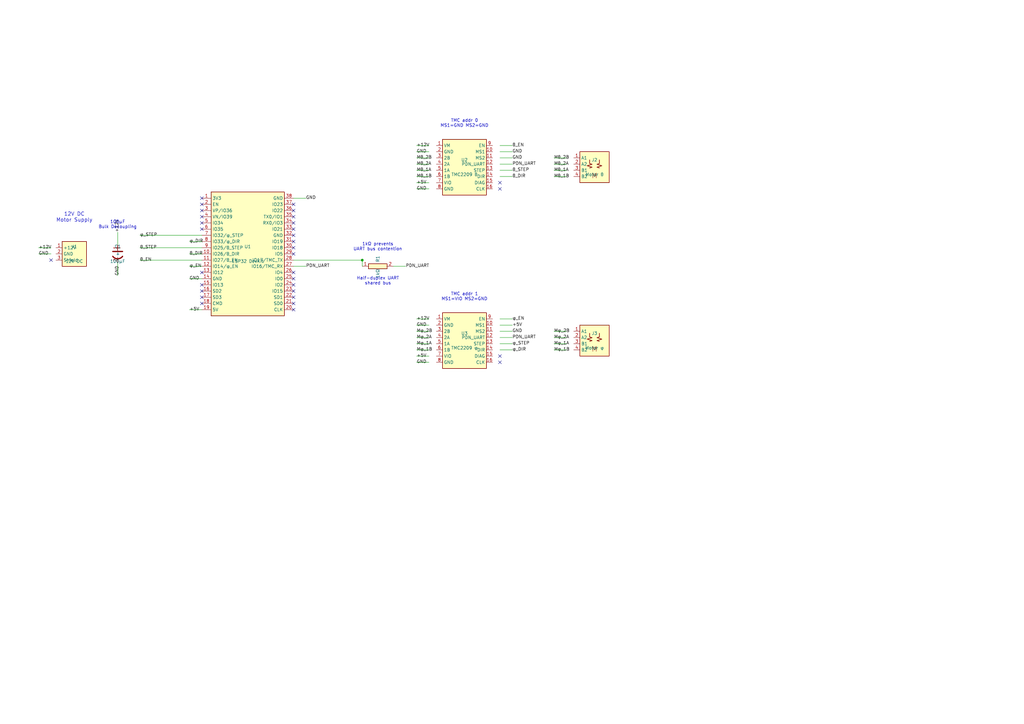
<source format=kicad_sch>
(kicad_sch (version 20231120) (generator "mcnanovna_gen") (generator_version "1.0")
  (paper "A3")
  (title_block (title "ESP32 + TMC2209 Antenna Positioner Wiring") (date "2026-02-01") (rev "1") (company "mcnanovna") (comment 1 "Pin assignments from firmware/include/config.h") (comment 2 "Module-level wiring diagram for breadboard/perfboard"))
  (lib_symbols
    (symbol "positioner:ESP32_DevKit_38pin"
      (property "Reference" "U" (at 0 27.94 0))
      (property "Value" "ESP32_DevKit_38pin" (at 0 -27.94 0))
      (symbol "ESP32_DevKit_38pin_0_1"
        (rectangle (start -15.00 25.40) (end 15.00 -25.40) (stroke (width 0.254)) (fill (type background)))
      )
      (symbol "ESP32_DevKit_38pin_1_1"
        (pin power_out line (at -18.81 22.86 0) (length 3.81) (name "3V3") (number "1"))
        (pin input line (at -18.81 20.32 0) (length 3.81) (name "EN") (number "2"))
        (pin passive line (at -18.81 17.78 0) (length 3.81) (name "VP/IO36") (number "3"))
        (pin passive line (at -18.81 15.24 0) (length 3.81) (name "VN/IO39") (number "4"))
        (pin passive line (at -18.81 12.70 0) (length 3.81) (name "IO34") (number "5"))
        (pin passive line (at -18.81 10.16 0) (length 3.81) (name "IO35") (number "6"))
        (pin output line (at -18.81 7.62 0) (length 3.81) (name "IO32/φ_STEP") (number "7"))
        (pin output line (at -18.81 5.08 0) (length 3.81) (name "IO33/φ_DIR") (number "8"))
        (pin output line (at -18.81 2.54 0) (length 3.81) (name "IO25/θ_STEP") (number "9"))
        (pin output line (at -18.81 0.00 0) (length 3.81) (name "IO26/θ_DIR") (number "10"))
        (pin output line (at -18.81 -2.54 0) (length 3.81) (name "IO27/θ_EN") (number "11"))
        (pin output line (at -18.81 -5.08 0) (length 3.81) (name "IO14/φ_EN") (number "12"))
        (pin passive line (at -18.81 -7.62 0) (length 3.81) (name "IO12") (number "13"))
        (pin power_in line (at -18.81 -10.16 0) (length 3.81) (name "GND") (number "14"))
        (pin passive line (at -18.81 -12.70 0) (length 3.81) (name "IO13") (number "15"))
        (pin passive line (at -18.81 -15.24 0) (length 3.81) (name "SD2") (number "16"))
        (pin passive line (at -18.81 -17.78 0) (length 3.81) (name "SD3") (number "17"))
        (pin passive line (at -18.81 -20.32 0) (length 3.81) (name "CMD") (number "18"))
        (pin power_in line (at -18.81 -22.86 0) (length 3.81) (name "5V") (number "19"))
        (pin power_in line (at 18.81 22.86 180) (length 3.81) (name "GND") (number "38"))
        (pin passive line (at 18.81 20.32 180) (length 3.81) (name "IO23") (number "37"))
        (pin passive line (at 18.81 17.78 180) (length 3.81) (name "IO22") (number "36"))
        (pin passive line (at 18.81 15.24 180) (length 3.81) (name "TX0/IO1") (number "35"))
        (pin passive line (at 18.81 12.70 180) (length 3.81) (name "RX0/IO3") (number "34"))
        (pin passive line (at 18.81 10.16 180) (length 3.81) (name "IO21") (number "33"))
        (pin power_in line (at 18.81 7.62 180) (length 3.81) (name "GND") (number "32"))
        (pin passive line (at 18.81 5.08 180) (length 3.81) (name "IO19") (number "31"))
        (pin passive line (at 18.81 2.54 180) (length 3.81) (name "IO18") (number "30"))
        (pin passive line (at 18.81 0.00 180) (length 3.81) (name "IO5") (number "29"))
        (pin output line (at 18.81 -2.54 180) (length 3.81) (name "IO17/TMC_TX") (number "28"))
        (pin input line (at 18.81 -5.08 180) (length 3.81) (name "IO16/TMC_RX") (number "27"))
        (pin passive line (at 18.81 -7.62 180) (length 3.81) (name "IO4") (number "26"))
        (pin passive line (at 18.81 -10.16 180) (length 3.81) (name "IO0") (number "25"))
        (pin passive line (at 18.81 -12.70 180) (length 3.81) (name "IO2") (number "24"))
        (pin passive line (at 18.81 -15.24 180) (length 3.81) (name "IO15") (number "23"))
        (pin passive line (at 18.81 -17.78 180) (length 3.81) (name "SD1") (number "22"))
        (pin passive line (at 18.81 -20.32 180) (length 3.81) (name "SD0") (number "21"))
        (pin passive line (at 18.81 -22.86 180) (length 3.81) (name "CLK") (number "20"))
      )
    )
    (symbol "positioner:TMC2209_SilentStepStick"
      (property "Reference" "U" (at 0 13.97 0))
      (property "Value" "TMC2209_SilentStepStick" (at 0 -13.97 0))
      (symbol "TMC2209_SilentStepStick_0_1"
        (rectangle (start -9.00 11.43) (end 9.00 -11.43) (stroke (width 0.254)) (fill (type background)))
      )
      (symbol "TMC2209_SilentStepStick_1_1"
        (pin power_in line (at -11.54 8.89 0) (length 2.54) (name "VM") (number "1"))
        (pin power_in line (at -11.54 6.35 0) (length 2.54) (name "GND") (number "2"))
        (pin output line (at -11.54 3.81 0) (length 2.54) (name "2B") (number "3"))
        (pin output line (at -11.54 1.27 0) (length 2.54) (name "2A") (number "4"))
        (pin output line (at -11.54 -1.27 0) (length 2.54) (name "1A") (number "5"))
        (pin output line (at -11.54 -3.81 0) (length 2.54) (name "1B") (number "6"))
        (pin power_in line (at -11.54 -6.35 0) (length 2.54) (name "VIO") (number "7"))
        (pin power_in line (at -11.54 -8.89 0) (length 2.54) (name "GND") (number "8"))
        (pin input line (at 11.54 8.89 180) (length 2.54) (name "EN") (number "9"))
        (pin input line (at 11.54 6.35 180) (length 2.54) (name "MS1") (number "10"))
        (pin input line (at 11.54 3.81 180) (length 2.54) (name "MS2") (number "11"))
        (pin bidirectional line (at 11.54 1.27 180) (length 2.54) (name "PDN_UART") (number "12"))
        (pin input line (at 11.54 -1.27 180) (length 2.54) (name "STEP") (number "13"))
        (pin input line (at 11.54 -3.81 180) (length 2.54) (name "DIR") (number "14"))
        (pin output line (at 11.54 -6.35 180) (length 2.54) (name "DIAG") (number "15"))
        (pin input line (at 11.54 -8.89 180) (length 2.54) (name "CLK") (number "16"))
      )
    )
    (symbol "positioner:NEMA17_Motor"
      (property "Reference" "J" (at 0 8.89 0))
      (property "Value" "NEMA17_Motor" (at 0 -8.89 0))
      (symbol "NEMA17_Motor_0_1"
        (rectangle (start -6.00 6.35) (end 6.00 -6.35) (stroke (width 0.254)) (fill (type background)))
        (polyline (pts (xy -2.00 3.00) (xy -2.00 1.50) (xy -1.00 1.20) (xy -3.00 0.60) (xy -1.00 0.00) (xy -2.00 -0.30)) (stroke (width 0.254)))
        (polyline (pts (xy 2.00 3.00) (xy 2.00 1.50) (xy 1.00 1.20) (xy 3.00 0.60) (xy 1.00 0.00) (xy 2.00 -0.30)) (stroke (width 0.254)))
        (text "M" (at 0.00 -3.50 0) (effects (font (size 2.0 2.0))))
      )
      (symbol "NEMA17_Motor_1_1"
        (pin passive line (at -8.54 3.81 0) (length 2.54) (name "A1") (number "1"))
        (pin passive line (at -8.54 1.27 0) (length 2.54) (name "A2") (number "2"))
        (pin passive line (at -8.54 -1.27 0) (length 2.54) (name "B1") (number "3"))
        (pin passive line (at -8.54 -3.81 0) (length 2.54) (name "B2") (number "4"))
      )
    )
    (symbol "positioner:Barrel_Jack_DC"
      (property "Reference" "J" (at 0 7.62 0))
      (property "Value" "Barrel_Jack_DC" (at 0 -7.62 0))
      (symbol "Barrel_Jack_DC_0_1"
        (rectangle (start -5.00 5.08) (end 5.00 -5.08) (stroke (width 0.254)) (fill (type background)))
      )
      (symbol "Barrel_Jack_DC_1_1"
        (pin passive line (at -7.54 2.54 0) (length 2.54) (name "+12V") (number "1"))
        (pin passive line (at -7.54 0.00 0) (length 2.54) (name "GND") (number "2"))
        (pin passive line (at -7.54 -2.54 0) (length 2.54) (name "Shield") (number "3"))
      )
    )
    (symbol "positioner:R"
      (property "Reference" "R" (at 2.54 0 90))
      (property "Value" "R" (at -2.54 0 90))
      (symbol "R_0_1"
        (rectangle (start -1.02 3.81) (end 1.02 -3.81) (stroke (width 0.254)) (fill (type background)))
      )
      (symbol "R_1_1"
        (pin passive line (at 0.00 6.35 270) (length 2.54) (name "~") (number "1"))
        (pin passive line (at 0.00 -6.35 90) (length 2.54) (name "~") (number "2"))
      )
    )
    (symbol "positioner:C_Polarized"
      (property "Reference" "C" (at 2.54 0 0))
      (property "Value" "C_Polarized" (at -2.54 0 0))
      (symbol "C_Polarized_0_1"
        (polyline (pts (xy -2.00 1.00) (xy 2.00 1.00)) (stroke (width 0.508)))
        (arc (start -2.00 -1.00) (mid 0.00 -2.00) (end 2.00 -1.00) (stroke (width 0.508)))
        (polyline (pts (xy -1.00 2.50) (xy 1.00 2.50)) (stroke (width 0.254)))
        (polyline (pts (xy 0.00 1.50) (xy 0.00 3.50)) (stroke (width 0.254)))
      )
      (symbol "C_Polarized_1_1"
        (pin passive line (at 0.00 3.81 270) (length 2.54) (name "+") (number "1"))
        (pin passive line (at 0.00 -3.81 90) (length 2.54) (name "-") (number "2"))
      )
    )
  )
  (symbol (lib_id "positioner:ESP32_DevKit_38pin") (at 101.60 104.14 0) (unit 1)
    (property "Reference" "U1" (at 101.60 101.14 0))
    (property "Value" "ESP32 DevKit" (at 101.60 107.14 0))
  )
  (symbol (lib_id "positioner:TMC2209_SilentStepStick") (at 190.50 68.58 0) (unit 1)
    (property "Reference" "U2" (at 190.50 65.58 0))
    (property "Value" "TMC2209 θ" (at 190.50 71.58 0))
  )
  (symbol (lib_id "positioner:TMC2209_SilentStepStick") (at 190.50 139.70 0) (unit 1)
    (property "Reference" "U3" (at 190.50 136.70 0))
    (property "Value" "TMC2209 φ" (at 190.50 142.70 0))
  )
  (symbol (lib_id "positioner:NEMA17_Motor") (at 243.84 68.58 0) (unit 1)
    (property "Reference" "J2" (at 243.84 65.58 0))
    (property "Value" "Motor θ" (at 243.84 71.58 0))
  )
  (symbol (lib_id "positioner:NEMA17_Motor") (at 243.84 139.70 0) (unit 1)
    (property "Reference" "J3" (at 243.84 136.70 0))
    (property "Value" "Motor φ" (at 243.84 142.70 0))
  )
  (symbol (lib_id "positioner:Barrel_Jack_DC") (at 30.48 104.14 0) (unit 1)
    (property "Reference" "J1" (at 30.48 101.14 0))
    (property "Value" "12V DC" (at 30.48 107.14 0))
  )
  (symbol (lib_id "positioner:R") (at 154.94 109.22 90) (unit 1)
    (property "Reference" "R1" (at 154.94 106.22 0))
    (property "Value" "1kΩ" (at 154.94 112.22 0))
  )
  (symbol (lib_id "positioner:C_Polarized") (at 48.26 104.14 0) (unit 1)
    (property "Reference" "C1" (at 48.26 101.14 0))
    (property "Value" "100µF" (at 48.26 107.14 0))
  )
  (wire (pts (xy 20.94 101.60) (xy 15.86 101.60)))
  (wire (pts (xy 48.26 100.33) (xy 48.26 95.25)))
  (wire (pts (xy 175.96 59.69) (xy 170.88 59.69)))
  (wire (pts (xy 175.96 130.81) (xy 170.88 130.81)))
  (wire (pts (xy 20.94 104.14) (xy 15.86 104.14)))
  (wire (pts (xy 48.26 107.95) (xy 48.26 113.03)))
  (wire (pts (xy 82.79 114.30) (xy 77.71 114.30)))
  (wire (pts (xy 120.41 81.28) (xy 125.49 81.28)))
  (wire (pts (xy 175.96 62.23) (xy 170.88 62.23)))
  (wire (pts (xy 175.96 77.47) (xy 170.88 77.47)))
  (wire (pts (xy 175.96 133.35) (xy 170.88 133.35)))
  (wire (pts (xy 175.96 148.59) (xy 170.88 148.59)))
  (wire (pts (xy 82.79 127.00) (xy 77.71 127.00)))
  (wire (pts (xy 175.96 74.93) (xy 170.88 74.93)))
  (wire (pts (xy 175.96 146.05) (xy 170.88 146.05)))
  (wire (pts (xy 82.79 101.60) (xy 57.39 101.60)))
  (wire (pts (xy 205.04 69.85) (xy 210.12 69.85)))
  (wire (pts (xy 82.79 104.14) (xy 77.71 104.14)))
  (wire (pts (xy 205.04 72.39) (xy 210.12 72.39)))
  (wire (pts (xy 82.79 106.68) (xy 57.39 106.68)))
  (wire (pts (xy 205.04 59.69) (xy 210.12 59.69)))
  (wire (pts (xy 82.79 96.52) (xy 57.39 96.52)))
  (wire (pts (xy 205.04 140.97) (xy 210.12 140.97)))
  (wire (pts (xy 82.79 99.06) (xy 77.71 99.06)))
  (wire (pts (xy 205.04 143.51) (xy 210.12 143.51)))
  (wire (pts (xy 82.79 109.22) (xy 77.71 109.22)))
  (wire (pts (xy 205.04 130.81) (xy 210.12 130.81)))
  (wire (pts (xy 120.41 106.68) (xy 148.59 106.68)))
  (wire (pts (xy 148.59 106.68) (xy 148.59 109.22)))
  (wire (pts (xy 161.29 109.22) (xy 166.37 109.22)))
  (wire (pts (xy 120.41 109.22) (xy 125.49 109.22)))
  (wire (pts (xy 205.04 67.31) (xy 210.12 67.31)))
  (wire (pts (xy 205.04 138.43) (xy 210.12 138.43)))
  (wire (pts (xy 205.04 62.23) (xy 210.12 62.23)))
  (wire (pts (xy 205.04 64.77) (xy 210.12 64.77)))
  (wire (pts (xy 205.04 133.35) (xy 210.12 133.35)))
  (wire (pts (xy 205.04 135.89) (xy 210.12 135.89)))
  (wire (pts (xy 175.96 64.77) (xy 170.88 64.77)))
  (wire (pts (xy 232.30 64.77) (xy 227.22 64.77)))
  (wire (pts (xy 175.96 67.31) (xy 170.88 67.31)))
  (wire (pts (xy 232.30 67.31) (xy 227.22 67.31)))
  (wire (pts (xy 175.96 69.85) (xy 170.88 69.85)))
  (wire (pts (xy 232.30 69.85) (xy 227.22 69.85)))
  (wire (pts (xy 175.96 72.39) (xy 170.88 72.39)))
  (wire (pts (xy 232.30 72.39) (xy 227.22 72.39)))
  (wire (pts (xy 175.96 135.89) (xy 170.88 135.89)))
  (wire (pts (xy 232.30 135.89) (xy 227.22 135.89)))
  (wire (pts (xy 175.96 138.43) (xy 170.88 138.43)))
  (wire (pts (xy 232.30 138.43) (xy 227.22 138.43)))
  (wire (pts (xy 175.96 140.97) (xy 170.88 140.97)))
  (wire (pts (xy 232.30 140.97) (xy 227.22 140.97)))
  (wire (pts (xy 175.96 143.51) (xy 170.88 143.51)))
  (wire (pts (xy 232.30 143.51) (xy 227.22 143.51)))
  (junction (at 148.59 106.68))
  (label "+12V" (at 15.86 101.60 180))
  (label "+12V" (at 48.26 95.25 90))
  (label "+12V" (at 170.88 59.69 180))
  (label "+12V" (at 170.88 130.81 180))
  (label "GND" (at 15.86 104.14 180))
  (label "GND" (at 48.26 113.03 270))
  (label "GND" (at 77.71 114.30 180))
  (label "GND" (at 125.49 81.28 0))
  (label "GND" (at 170.88 62.23 180))
  (label "GND" (at 170.88 77.47 180))
  (label "GND" (at 170.88 133.35 180))
  (label "GND" (at 170.88 148.59 180))
  (label "+5V" (at 77.71 127.00 180))
  (label "+5V" (at 170.88 74.93 180))
  (label "+5V" (at 170.88 146.05 180))
  (label "θ_STEP" (at 57.39 101.60 180))
  (label "θ_STEP" (at 210.12 69.85 0))
  (label "θ_DIR" (at 77.71 104.14 180))
  (label "θ_DIR" (at 210.12 72.39 0))
  (label "θ_EN" (at 57.39 106.68 180))
  (label "θ_EN" (at 210.12 59.69 0))
  (label "φ_STEP" (at 57.39 96.52 180))
  (label "φ_STEP" (at 210.12 140.97 0))
  (label "φ_DIR" (at 77.71 99.06 180))
  (label "φ_DIR" (at 210.12 143.51 0))
  (label "φ_EN" (at 77.71 109.22 180))
  (label "φ_EN" (at 210.12 130.81 0))
  (label "PDN_UART" (at 166.37 109.22 0))
  (label "PDN_UART" (at 125.49 109.22 0))
  (label "PDN_UART" (at 210.12 67.31 0))
  (label "PDN_UART" (at 210.12 138.43 0))
  (label "GND" (at 210.12 62.23 0))
  (label "GND" (at 210.12 64.77 0))
  (label "+5V" (at 210.12 133.35 0))
  (label "GND" (at 210.12 135.89 0))
  (label "Mθ_2B" (at 170.88 64.77 180))
  (label "Mθ_2B" (at 227.22 64.77 180))
  (label "Mθ_2A" (at 170.88 67.31 180))
  (label "Mθ_2A" (at 227.22 67.31 180))
  (label "Mθ_1A" (at 170.88 69.85 180))
  (label "Mθ_1A" (at 227.22 69.85 180))
  (label "Mθ_1B" (at 170.88 72.39 180))
  (label "Mθ_1B" (at 227.22 72.39 180))
  (label "Mφ_2B" (at 170.88 135.89 180))
  (label "Mφ_2B" (at 227.22 135.89 180))
  (label "Mφ_2A" (at 170.88 138.43 180))
  (label "Mφ_2A" (at 227.22 138.43 180))
  (label "Mφ_1A" (at 170.88 140.97 180))
  (label "Mφ_1A" (at 227.22 140.97 180))
  (label "Mφ_1B" (at 170.88 143.51 180))
  (label "Mφ_1B" (at 227.22 143.51 180))
  (no_connect (at 205.04 74.93))
  (no_connect (at 205.04 77.47))
  (no_connect (at 205.04 146.05))
  (no_connect (at 205.04 148.59))
  (no_connect (at 82.79 81.28))
  (no_connect (at 82.79 83.82))
  (no_connect (at 82.79 86.36))
  (no_connect (at 82.79 88.90))
  (no_connect (at 82.79 91.44))
  (no_connect (at 82.79 93.98))
  (no_connect (at 82.79 111.76))
  (no_connect (at 82.79 116.84))
  (no_connect (at 82.79 119.38))
  (no_connect (at 82.79 121.92))
  (no_connect (at 82.79 124.46))
  (no_connect (at 120.41 83.82))
  (no_connect (at 120.41 86.36))
  (no_connect (at 120.41 88.90))
  (no_connect (at 120.41 91.44))
  (no_connect (at 120.41 93.98))
  (no_connect (at 120.41 96.52))
  (no_connect (at 120.41 99.06))
  (no_connect (at 120.41 101.60))
  (no_connect (at 120.41 104.14))
  (no_connect (at 120.41 111.76))
  (no_connect (at 120.41 114.30))
  (no_connect (at 120.41 116.84))
  (no_connect (at 120.41 119.38))
  (no_connect (at 120.41 121.92))
  (no_connect (at 120.41 124.46))
  (no_connect (at 120.41 127.00))
  (no_connect (at 20.94 106.68))
  (text "12V DC\nMotor Supply" (at 30.48 89.14 0) (effects (font (size 1.5 1.5))))
  (text "100µF\nBulk Decoupling" (at 48.26 92.14 0) (effects (font (size 1.27 1.27))))
  (text "1kΩ prevents\nUART bus contention" (at 154.94 101.22 0) (effects (font (size 1.27 1.27))))
  (text "TMC addr 0\nMS1=GND MS2=GND" (at 190.50 50.58 0) (effects (font (size 1.27 1.27))))
  (text "TMC addr 1\nMS1=VIO MS2=GND" (at 190.50 121.70 0) (effects (font (size 1.27 1.27))))
  (text "Half-duplex UART\nshared bus" (at 155.00 115.22 0) (effects (font (size 1.27 1.27))))
)
</source>
